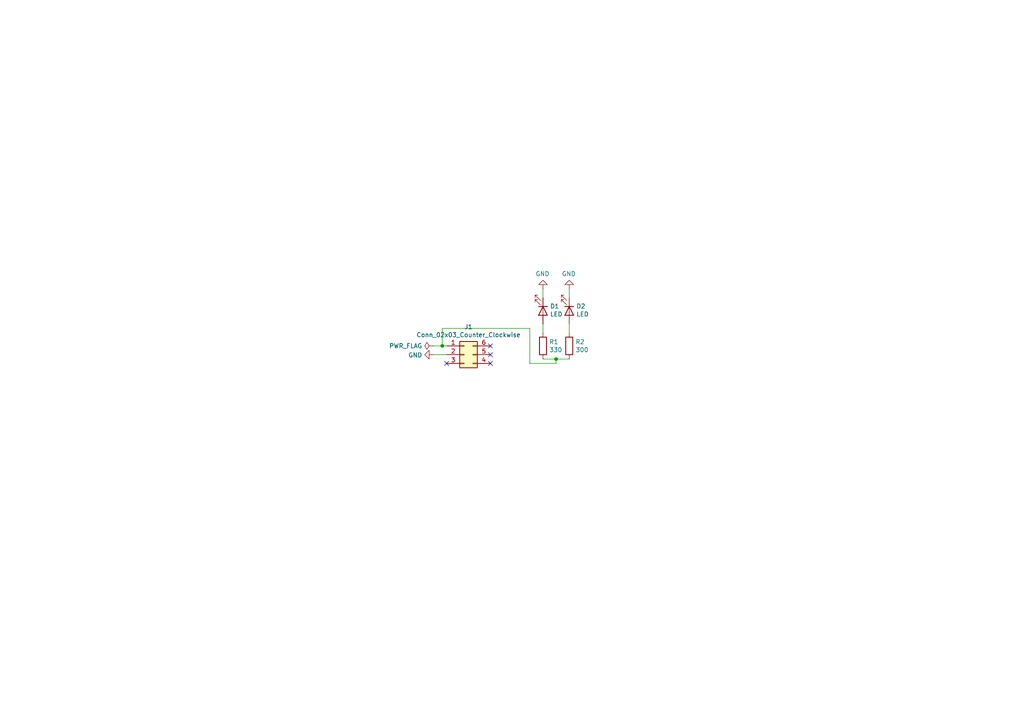
<source format=kicad_sch>
(kicad_sch (version 20211123) (generator eeschema)
  (paper "A4")
  (lib_symbols
    (symbol "Connector_Generic:Conn_02x03_Counter_Clockwise" (pin_names (offset 1.016) hide)
      (property "Reference" "J" (at 1.27 5.08 0))
      (property "Value" "Conn_02x03_Counter_Clockwise" (at 1.27 -5.08 0))
      (symbol "Conn_02x03_Counter_Clockwise_1_1"
        (rectangle (start -1.27 -2.413) (end 0 -2.667) (stroke (width 0.1524)))
        (rectangle (start -1.27 0.127) (end 0 -0.127) (stroke (width 0.1524)))
        (rectangle (start -1.27 2.667) (end 0 2.413) (stroke (width 0.1524)))
        (rectangle (start -1.27 3.81) (end 3.81 -3.81) (stroke (width 0.254)) (fill (type background)))
        (rectangle (start 3.81 -2.413) (end 2.54 -2.667) (stroke (width 0.1524)))
        (rectangle (start 3.81 0.127) (end 2.54 -0.127) (stroke (width 0.1524)))
        (rectangle (start 3.81 2.667) (end 2.54 2.413) (stroke (width 0.1524)))
        (pin passive line (at -5.08 2.54 0) (length 3.81) (name "Pin_1") (number "1"))
        (pin passive line (at -5.08 0 0) (length 3.81) (name "Pin_2") (number "2"))
        (pin passive line (at -5.08 -2.54 0) (length 3.81) (name "Pin_3") (number "3"))
        (pin passive line (at 7.62 -2.54 180) (length 3.81) (name "Pin_4") (number "4"))
        (pin passive line (at 7.62 0 180) (length 3.81) (name "Pin_5") (number "5"))
        (pin passive line (at 7.62 2.54 180) (length 3.81) (name "Pin_6") (number "6"))
      )
    )
    (symbol "Device:LED" (pin_numbers hide) (pin_names (offset 1.016) hide)
      (property "Reference" "D" (at 0 2.54 0))
      (property "Value" "LED" (at 0 -2.54 0))
      (symbol "LED_0_1"
        (polyline (pts (xy -1.27 -1.27) (xy -1.27 1.27)) (stroke (width 0.254)))
        (polyline (pts (xy -1.27 0) (xy 1.27 0)))
        (polyline (pts (xy 1.27 -1.27) (xy 1.27 1.27) (xy -1.27 0) (xy 1.27 -1.27)) (stroke (width 0.254)))
        (polyline (pts (xy -3.048 -0.762) (xy -4.572 -2.286) (xy -3.81 -2.286) (xy -4.572 -2.286) (xy -4.572 -1.524)))
        (polyline (pts (xy -1.778 -0.762) (xy -3.302 -2.286) (xy -2.54 -2.286) (xy -3.302 -2.286) (xy -3.302 -1.524)))
      )
      (symbol "LED_1_1"
        (pin passive line (at -3.81 0 0) (length 2.54) (name "K") (number "1"))
        (pin passive line (at 3.81 0 180) (length 2.54) (name "A") (number "2"))
      )
    )
    (symbol "Device:R" (pin_numbers hide) (pin_names (offset 0))
      (property "Reference" "R" (at 2.032 0 90))
      (property "Value" "R" (at 0 0 90))
      (symbol "R_0_1"
        (rectangle (start -1.016 -2.54) (end 1.016 2.54) (stroke (width 0.254)))
      )
      (symbol "R_1_1"
        (pin passive line (at 0 3.81 270) (length 1.27) (name "~") (number "1"))
        (pin passive line (at 0 -3.81 90) (length 1.27) (name "~") (number "2"))
      )
    )
    (symbol "power:GND" (power) (pin_names (offset 0))
      (property "Value" "GND" (at 0 -3.81 0))
      (symbol "GND_0_1"
        (polyline (pts (xy 0 0) (xy 0 -1.27) (xy 1.27 -1.27) (xy 0 -2.54) (xy -1.27 -1.27) (xy 0 -1.27)))
      )
      (symbol "GND_1_1"
        (pin power_in line (at 0 0 270) (length 0) hide (name "GND") (number "1"))
      )
    )
    (symbol "power:PWR_FLAG" (power) (pin_numbers hide) (pin_names (offset 0) hide)
      (property "Value" "PWR_FLAG" (at 0 3.81 0))
      (symbol "PWR_FLAG_0_0"
        (pin power_out line (at 0 0 90) (length 0) (name "pwr") (number "1"))
      )
      (symbol "PWR_FLAG_0_1"
        (polyline (pts (xy 0 0) (xy 0 1.27) (xy -1.016 1.905) (xy 0 2.54) (xy 1.016 1.905) (xy 0 1.27)))
      )
    )
  )
  (junction (at 161.29 104.14))
  (junction (at 128.27 100.33))
  (no_connect (at 142.24 100.33))
  (no_connect (at 142.24 105.41))
  (no_connect (at 142.24 102.87))
  (no_connect (at 129.54 105.41))
  (wire (pts (xy 128.27 95.25) (xy 153.67 95.25)))
  (wire (pts (xy 157.48 86.36) (xy 157.48 83.82)))
  (wire (pts (xy 157.48 104.14) (xy 161.29 104.14)))
  (wire (pts (xy 161.29 105.41) (xy 161.29 104.14)))
  (wire (pts (xy 165.1 96.52) (xy 165.1 93.98)))
  (wire (pts (xy 161.29 104.14) (xy 165.1 104.14)))
  (wire (pts (xy 125.73 100.33) (xy 128.27 100.33)))
  (wire (pts (xy 128.27 100.33) (xy 128.27 95.25)))
  (wire (pts (xy 128.27 100.33) (xy 129.54 100.33)))
  (wire (pts (xy 125.73 102.87) (xy 129.54 102.87)))
  (wire (pts (xy 165.1 86.36) (xy 165.1 83.82)))
  (wire (pts (xy 153.67 105.41) (xy 161.29 105.41)))
  (wire (pts (xy 153.67 95.25) (xy 153.67 105.41)))
  (wire (pts (xy 157.48 96.52) (xy 157.48 93.98)))
  (symbol (lib_id "Connector_Generic:Conn_02x03_Counter_Clockwise") (at 134.62 102.87 0) (unit 1)
    (property "Reference" "J1" (at 135.89 94.8182 0))
    (property "Value" "Conn_02x03_Counter_Clockwise" (at 135.89 97.1296 0))
    (property "Footprint" "Connector_PinHeader_2.54mm:PinHeader_2x03_P2.54mm_Vertical" (effects hide))
  )
  (symbol (lib_id "Device:LED") (at 157.48 90.17 270) (unit 1)
    (property "Reference" "D1" (at 159.512 88.8238 90) (effects (justify left)))
    (property "Value" "LED" (at 159.512 91.1352 90) (effects (justify left)))
    (property "Footprint" "sunled:XZM2CRK45WT-9" (effects hide))
  )
  (symbol (lib_id "Device:LED") (at 165.1 90.17 270) (unit 1)
    (property "Reference" "D2" (at 167.132 88.8238 90) (effects (justify left)))
    (property "Value" "LED" (at 167.132 91.1352 90) (effects (justify left)))
    (property "Footprint" "sunled:XZM2CRK45WT-9" (effects hide))
  )
  (symbol (lib_id "Device:R") (at 157.48 100.33 0) (unit 1)
    (property "Reference" "R1" (at 159.258 99.1616 0) (effects (justify left)))
    (property "Value" "330" (at 159.258 101.473 0) (effects (justify left)))
    (property "Footprint" "Resistor_SMD:R_1206_3216Metric" (effects hide))
  )
  (symbol (lib_id "Device:R") (at 165.1 100.33 0) (unit 1)
    (property "Reference" "R2" (at 166.878 99.1616 0) (effects (justify left)))
    (property "Value" "300" (at 166.878 101.473 0) (effects (justify left)))
    (property "Footprint" "Resistor_SMD:R_1206_3216Metric" (effects hide))
  )
  (symbol (lib_id "power:PWR_FLAG") (at 125.73 100.33 90) (unit 1)
    (property "Reference" "#FLG01" (effects hide))
    (property "Value" "PWR_FLAG" (at 122.5042 100.33 90) (effects (justify left)))
  )
  (symbol (lib_id "power:GND") (at 125.73 102.87 270) (unit 1)
    (property "Reference" "#PWR01" (effects hide))
    (property "Value" "GND" (at 122.4788 102.997 90) (effects (justify right)))
  )
  (symbol (lib_id "power:GND") (at 157.48 83.82 180) (unit 1)
    (property "Reference" "#PWR02" (effects hide))
    (property "Value" "GND" (at 157.353 79.4258 0))
  )
  (symbol (lib_id "power:GND") (at 165.1 83.82 180) (unit 1)
    (property "Reference" "#PWR03" (effects hide))
    (property "Value" "GND" (at 164.973 79.4258 0))
  )
)
</source>
